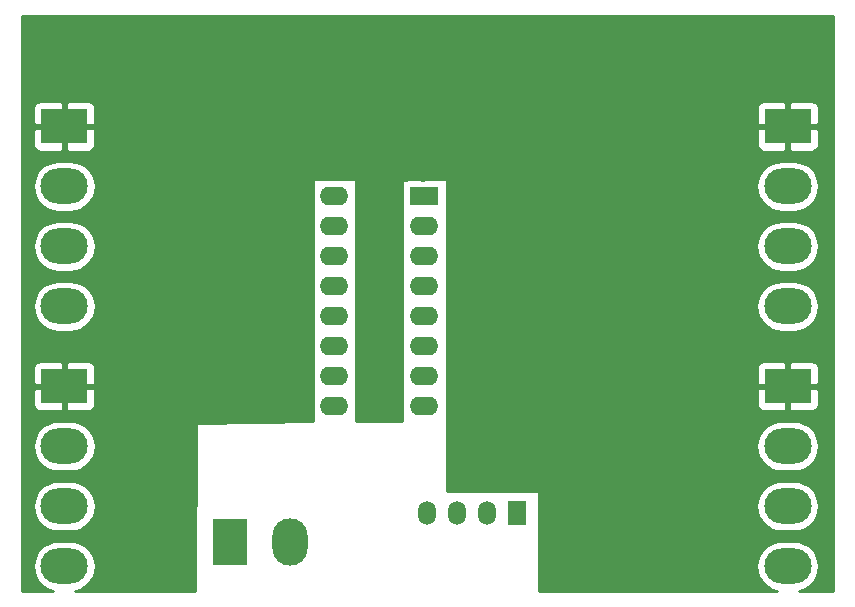
<source format=gbr>
%TF.GenerationSoftware,KiCad,Pcbnew,5.99.0+really5.1.10+dfsg1-1*%
%TF.CreationDate,2021-11-04T11:29:56+11:00*%
%TF.ProjectId,buffer,62756666-6572-42e6-9b69-6361645f7063,rev?*%
%TF.SameCoordinates,PX2faf080PY5f5e100*%
%TF.FileFunction,Copper,L1,Top*%
%TF.FilePolarity,Positive*%
%FSLAX46Y46*%
G04 Gerber Fmt 4.6, Leading zero omitted, Abs format (unit mm)*
G04 Created by KiCad (PCBNEW 5.99.0+really5.1.10+dfsg1-1) date 2021-11-04 11:29:56*
%MOMM*%
%LPD*%
G01*
G04 APERTURE LIST*
%TA.AperFunction,ComponentPad*%
%ADD10R,1.500000X2.000000*%
%TD*%
%TA.AperFunction,ComponentPad*%
%ADD11O,1.500000X2.000000*%
%TD*%
%TA.AperFunction,ComponentPad*%
%ADD12O,2.400000X1.600000*%
%TD*%
%TA.AperFunction,ComponentPad*%
%ADD13R,2.400000X1.600000*%
%TD*%
%TA.AperFunction,ComponentPad*%
%ADD14R,3.000000X4.000000*%
%TD*%
%TA.AperFunction,ComponentPad*%
%ADD15O,3.000000X4.000000*%
%TD*%
%TA.AperFunction,ComponentPad*%
%ADD16O,4.000000X3.000000*%
%TD*%
%TA.AperFunction,ComponentPad*%
%ADD17R,4.000000X3.000000*%
%TD*%
%TA.AperFunction,ViaPad*%
%ADD18C,1.000000*%
%TD*%
%TA.AperFunction,Conductor*%
%ADD19C,0.508000*%
%TD*%
%TA.AperFunction,Conductor*%
%ADD20C,0.254000*%
%TD*%
%TA.AperFunction,Conductor*%
%ADD21C,0.050000*%
%TD*%
G04 APERTURE END LIST*
D10*
%TO.P,U2,1*%
%TO.N,VIN-*%
X42600000Y7300000D03*
D11*
%TO.P,U2,2*%
%TO.N,VIN+*%
X40060000Y7300000D03*
%TO.P,U2,3*%
%TO.N,GND*%
X37520000Y7300000D03*
%TO.P,U2,4*%
%TO.N,+5V*%
X34980000Y7300000D03*
%TD*%
D12*
%TO.P,U1,16*%
%TO.N,N/C*%
X27130000Y16350000D03*
D13*
%TO.P,U1,8*%
%TO.N,GND*%
X34750000Y34130000D03*
D12*
%TO.P,U1,15*%
%TO.N,ZOPUL*%
X27130000Y18890000D03*
%TO.P,U1,7*%
%TO.N,XIPUL*%
X34750000Y31590000D03*
%TO.P,U1,14*%
%TO.N,ZIPUL*%
X27130000Y21430000D03*
%TO.P,U1,6*%
%TO.N,XOPUL*%
X34750000Y29050000D03*
%TO.P,U1,13*%
%TO.N,N/C*%
X27130000Y23970000D03*
%TO.P,U1,5*%
%TO.N,XIDIR*%
X34750000Y26510000D03*
%TO.P,U1,12*%
%TO.N,ZODIR*%
X27130000Y26510000D03*
%TO.P,U1,4*%
%TO.N,XODIR*%
X34750000Y23970000D03*
%TO.P,U1,11*%
%TO.N,ZIDIR*%
X27130000Y29050000D03*
%TO.P,U1,3*%
%TO.N,XIENA*%
X34750000Y21430000D03*
%TO.P,U1,10*%
%TO.N,ZOENA*%
X27130000Y31590000D03*
%TO.P,U1,2*%
%TO.N,XOENA*%
X34750000Y18890000D03*
%TO.P,U1,9*%
%TO.N,ZIENA*%
X27130000Y34130000D03*
%TO.P,U1,1*%
%TO.N,+5V*%
X34750000Y16350000D03*
%TD*%
D14*
%TO.P,J5,2*%
%TO.N,VIN-*%
X18320000Y4800000D03*
D15*
%TO.P,J5,1*%
%TO.N,VIN+*%
X23400000Y4800000D03*
%TD*%
D16*
%TO.P,J4,4*%
%TO.N,ZOPUL*%
X4250000Y24760000D03*
D17*
%TO.P,J4,1*%
%TO.N,GND*%
X4250000Y40000000D03*
D16*
%TO.P,J4,3*%
%TO.N,ZODIR*%
X4250000Y29840000D03*
%TO.P,J4,2*%
%TO.N,ZOENA*%
X4250000Y34920000D03*
%TD*%
%TO.P,J3,4*%
%TO.N,XOENA*%
X4250000Y2760000D03*
D17*
%TO.P,J3,1*%
%TO.N,GND*%
X4250000Y18000000D03*
D16*
%TO.P,J3,3*%
%TO.N,XODIR*%
X4250000Y7840000D03*
%TO.P,J3,2*%
%TO.N,XOPUL*%
X4250000Y12920000D03*
%TD*%
%TO.P,J2,4*%
%TO.N,Net-(J2-Pad4)*%
X65500000Y24760000D03*
D17*
%TO.P,J2,1*%
%TO.N,GND*%
X65500000Y40000000D03*
D16*
%TO.P,J2,3*%
%TO.N,Net-(J2-Pad3)*%
X65500000Y29840000D03*
%TO.P,J2,2*%
%TO.N,Net-(J2-Pad2)*%
X65500000Y34920000D03*
%TD*%
%TO.P,J1,4*%
%TO.N,Net-(J1-Pad4)*%
X65500000Y2760000D03*
D17*
%TO.P,J1,1*%
%TO.N,GND*%
X65500000Y18000000D03*
D16*
%TO.P,J1,3*%
%TO.N,Net-(J1-Pad3)*%
X65500000Y7840000D03*
%TO.P,J1,2*%
%TO.N,Net-(J1-Pad2)*%
X65500000Y12920000D03*
%TD*%
D18*
%TO.N,GND*%
X38200000Y18400000D03*
X38270000Y34130000D03*
%TD*%
D19*
%TO.N,GND*%
X38270000Y18470000D02*
X38270000Y34130000D01*
X38200000Y18400000D02*
X38270000Y18470000D01*
%TD*%
D20*
%TO.N,GND*%
X69340000Y660000D02*
X66432075Y660000D01*
X66820982Y777974D01*
X67191881Y976223D01*
X67516977Y1243023D01*
X67783777Y1568119D01*
X67982026Y1939018D01*
X68104108Y2341467D01*
X68145330Y2760000D01*
X68104108Y3178533D01*
X67982026Y3580982D01*
X67783777Y3951881D01*
X67516977Y4276977D01*
X67191881Y4543777D01*
X66820982Y4742026D01*
X66418533Y4864108D01*
X66104882Y4895000D01*
X64895118Y4895000D01*
X64581467Y4864108D01*
X64179018Y4742026D01*
X63808119Y4543777D01*
X63483023Y4276977D01*
X63216223Y3951881D01*
X63017974Y3580982D01*
X62895892Y3178533D01*
X62854670Y2760000D01*
X62895892Y2341467D01*
X63017974Y1939018D01*
X63216223Y1568119D01*
X63483023Y1243023D01*
X63808119Y976223D01*
X64179018Y777974D01*
X64567925Y660000D01*
X44475508Y660000D01*
X44475508Y7840000D01*
X62854670Y7840000D01*
X62895892Y7421467D01*
X63017974Y7019018D01*
X63216223Y6648119D01*
X63483023Y6323023D01*
X63808119Y6056223D01*
X64179018Y5857974D01*
X64581467Y5735892D01*
X64895118Y5705000D01*
X66104882Y5705000D01*
X66418533Y5735892D01*
X66820982Y5857974D01*
X67191881Y6056223D01*
X67516977Y6323023D01*
X67783777Y6648119D01*
X67982026Y7019018D01*
X68104108Y7421467D01*
X68145330Y7840000D01*
X68104108Y8258533D01*
X67982026Y8660982D01*
X67783777Y9031881D01*
X67516977Y9356977D01*
X67191881Y9623777D01*
X66820982Y9822026D01*
X66418533Y9944108D01*
X66104882Y9975000D01*
X64895118Y9975000D01*
X64581467Y9944108D01*
X64179018Y9822026D01*
X63808119Y9623777D01*
X63483023Y9356977D01*
X63216223Y9031881D01*
X63017974Y8660982D01*
X62895892Y8258533D01*
X62854670Y7840000D01*
X44475508Y7840000D01*
X44475508Y9000000D01*
X44473068Y9024776D01*
X44465841Y9048601D01*
X44454105Y9070557D01*
X44438311Y9089803D01*
X44419065Y9105597D01*
X44397109Y9117333D01*
X44373284Y9124560D01*
X44348508Y9127000D01*
X36627000Y9127000D01*
X36627000Y12920000D01*
X62854670Y12920000D01*
X62895892Y12501467D01*
X63017974Y12099018D01*
X63216223Y11728119D01*
X63483023Y11403023D01*
X63808119Y11136223D01*
X64179018Y10937974D01*
X64581467Y10815892D01*
X64895118Y10785000D01*
X66104882Y10785000D01*
X66418533Y10815892D01*
X66820982Y10937974D01*
X67191881Y11136223D01*
X67516977Y11403023D01*
X67783777Y11728119D01*
X67982026Y12099018D01*
X68104108Y12501467D01*
X68145330Y12920000D01*
X68104108Y13338533D01*
X67982026Y13740982D01*
X67783777Y14111881D01*
X67516977Y14436977D01*
X67191881Y14703777D01*
X66820982Y14902026D01*
X66418533Y15024108D01*
X66104882Y15055000D01*
X64895118Y15055000D01*
X64581467Y15024108D01*
X64179018Y14902026D01*
X63808119Y14703777D01*
X63483023Y14436977D01*
X63216223Y14111881D01*
X63017974Y13740982D01*
X62895892Y13338533D01*
X62854670Y12920000D01*
X36627000Y12920000D01*
X36627000Y16500000D01*
X62861928Y16500000D01*
X62874188Y16375518D01*
X62910498Y16255820D01*
X62969463Y16145506D01*
X63048815Y16048815D01*
X63145506Y15969463D01*
X63255820Y15910498D01*
X63375518Y15874188D01*
X63500000Y15861928D01*
X65214250Y15865000D01*
X65373000Y16023750D01*
X65373000Y17873000D01*
X65627000Y17873000D01*
X65627000Y16023750D01*
X65785750Y15865000D01*
X67500000Y15861928D01*
X67624482Y15874188D01*
X67744180Y15910498D01*
X67854494Y15969463D01*
X67951185Y16048815D01*
X68030537Y16145506D01*
X68089502Y16255820D01*
X68125812Y16375518D01*
X68138072Y16500000D01*
X68135000Y17714250D01*
X67976250Y17873000D01*
X65627000Y17873000D01*
X65373000Y17873000D01*
X63023750Y17873000D01*
X62865000Y17714250D01*
X62861928Y16500000D01*
X36627000Y16500000D01*
X36627000Y19500000D01*
X62861928Y19500000D01*
X62865000Y18285750D01*
X63023750Y18127000D01*
X65373000Y18127000D01*
X65373000Y19976250D01*
X65627000Y19976250D01*
X65627000Y18127000D01*
X67976250Y18127000D01*
X68135000Y18285750D01*
X68138072Y19500000D01*
X68125812Y19624482D01*
X68089502Y19744180D01*
X68030537Y19854494D01*
X67951185Y19951185D01*
X67854494Y20030537D01*
X67744180Y20089502D01*
X67624482Y20125812D01*
X67500000Y20138072D01*
X65785750Y20135000D01*
X65627000Y19976250D01*
X65373000Y19976250D01*
X65214250Y20135000D01*
X63500000Y20138072D01*
X63375518Y20125812D01*
X63255820Y20089502D01*
X63145506Y20030537D01*
X63048815Y19951185D01*
X62969463Y19854494D01*
X62910498Y19744180D01*
X62874188Y19624482D01*
X62861928Y19500000D01*
X36627000Y19500000D01*
X36627000Y24760000D01*
X62854670Y24760000D01*
X62895892Y24341467D01*
X63017974Y23939018D01*
X63216223Y23568119D01*
X63483023Y23243023D01*
X63808119Y22976223D01*
X64179018Y22777974D01*
X64581467Y22655892D01*
X64895118Y22625000D01*
X66104882Y22625000D01*
X66418533Y22655892D01*
X66820982Y22777974D01*
X67191881Y22976223D01*
X67516977Y23243023D01*
X67783777Y23568119D01*
X67982026Y23939018D01*
X68104108Y24341467D01*
X68145330Y24760000D01*
X68104108Y25178533D01*
X67982026Y25580982D01*
X67783777Y25951881D01*
X67516977Y26276977D01*
X67191881Y26543777D01*
X66820982Y26742026D01*
X66418533Y26864108D01*
X66104882Y26895000D01*
X64895118Y26895000D01*
X64581467Y26864108D01*
X64179018Y26742026D01*
X63808119Y26543777D01*
X63483023Y26276977D01*
X63216223Y25951881D01*
X63017974Y25580982D01*
X62895892Y25178533D01*
X62854670Y24760000D01*
X36627000Y24760000D01*
X36627000Y29840000D01*
X62854670Y29840000D01*
X62895892Y29421467D01*
X63017974Y29019018D01*
X63216223Y28648119D01*
X63483023Y28323023D01*
X63808119Y28056223D01*
X64179018Y27857974D01*
X64581467Y27735892D01*
X64895118Y27705000D01*
X66104882Y27705000D01*
X66418533Y27735892D01*
X66820982Y27857974D01*
X67191881Y28056223D01*
X67516977Y28323023D01*
X67783777Y28648119D01*
X67982026Y29019018D01*
X68104108Y29421467D01*
X68145330Y29840000D01*
X68104108Y30258533D01*
X67982026Y30660982D01*
X67783777Y31031881D01*
X67516977Y31356977D01*
X67191881Y31623777D01*
X66820982Y31822026D01*
X66418533Y31944108D01*
X66104882Y31975000D01*
X64895118Y31975000D01*
X64581467Y31944108D01*
X64179018Y31822026D01*
X63808119Y31623777D01*
X63483023Y31356977D01*
X63216223Y31031881D01*
X63017974Y30660982D01*
X62895892Y30258533D01*
X62854670Y29840000D01*
X36627000Y29840000D01*
X36627000Y34920000D01*
X62854670Y34920000D01*
X62895892Y34501467D01*
X63017974Y34099018D01*
X63216223Y33728119D01*
X63483023Y33403023D01*
X63808119Y33136223D01*
X64179018Y32937974D01*
X64581467Y32815892D01*
X64895118Y32785000D01*
X66104882Y32785000D01*
X66418533Y32815892D01*
X66820982Y32937974D01*
X67191881Y33136223D01*
X67516977Y33403023D01*
X67783777Y33728119D01*
X67982026Y34099018D01*
X68104108Y34501467D01*
X68145330Y34920000D01*
X68104108Y35338533D01*
X67982026Y35740982D01*
X67783777Y36111881D01*
X67516977Y36436977D01*
X67191881Y36703777D01*
X66820982Y36902026D01*
X66418533Y37024108D01*
X66104882Y37055000D01*
X64895118Y37055000D01*
X64581467Y37024108D01*
X64179018Y36902026D01*
X63808119Y36703777D01*
X63483023Y36436977D01*
X63216223Y36111881D01*
X63017974Y35740982D01*
X62895892Y35338533D01*
X62854670Y34920000D01*
X36627000Y34920000D01*
X36627000Y35400000D01*
X36624193Y35426553D01*
X36616627Y35450272D01*
X36604578Y35472059D01*
X36588511Y35491076D01*
X36569042Y35506594D01*
X36546920Y35518015D01*
X36522995Y35524901D01*
X36498186Y35526987D01*
X36184288Y35522503D01*
X36074482Y35555812D01*
X35950000Y35568072D01*
X35035750Y35565000D01*
X34975991Y35505241D01*
X34530375Y35498875D01*
X34464250Y35565000D01*
X33550000Y35568072D01*
X33425518Y35555812D01*
X33305820Y35519502D01*
X33232545Y35480335D01*
X32998186Y35476987D01*
X32975224Y35474560D01*
X32951399Y35467333D01*
X32929443Y35455597D01*
X32910197Y35439803D01*
X32894403Y35420557D01*
X32882667Y35398601D01*
X32875440Y35374776D01*
X32873000Y35350000D01*
X32873000Y15092421D01*
X28927000Y15054795D01*
X28927000Y16011871D01*
X28944236Y16068691D01*
X28971943Y16350000D01*
X28944236Y16631309D01*
X28927000Y16688129D01*
X28927000Y18551871D01*
X28944236Y18608691D01*
X28971943Y18890000D01*
X28944236Y19171309D01*
X28927000Y19228129D01*
X28927000Y21091871D01*
X28944236Y21148691D01*
X28971943Y21430000D01*
X28944236Y21711309D01*
X28927000Y21768129D01*
X28927000Y23631871D01*
X28944236Y23688691D01*
X28971943Y23970000D01*
X28944236Y24251309D01*
X28927000Y24308129D01*
X28927000Y26171871D01*
X28944236Y26228691D01*
X28971943Y26510000D01*
X28944236Y26791309D01*
X28927000Y26848129D01*
X28927000Y28711871D01*
X28944236Y28768691D01*
X28971943Y29050000D01*
X28944236Y29331309D01*
X28927000Y29388129D01*
X28927000Y31251871D01*
X28944236Y31308691D01*
X28971943Y31590000D01*
X28944236Y31871309D01*
X28927000Y31928129D01*
X28927000Y33791871D01*
X28944236Y33848691D01*
X28971943Y34130000D01*
X28944236Y34411309D01*
X28927000Y34468129D01*
X28927000Y35400000D01*
X28924560Y35424776D01*
X28917333Y35448601D01*
X28905597Y35470557D01*
X28889803Y35489803D01*
X28870557Y35505597D01*
X28848601Y35517333D01*
X28824776Y35524560D01*
X28800000Y35527000D01*
X27868129Y35527000D01*
X27811309Y35544236D01*
X27600492Y35565000D01*
X26659508Y35565000D01*
X26448691Y35544236D01*
X26391871Y35527000D01*
X25400000Y35527000D01*
X25375224Y35524560D01*
X25351399Y35517333D01*
X25329443Y35505597D01*
X25310197Y35489803D01*
X25294403Y35470557D01*
X25282667Y35448601D01*
X25275440Y35424776D01*
X25273000Y35400000D01*
X25273000Y15019953D01*
X15524535Y14926999D01*
X15501409Y14924651D01*
X15477559Y14917508D01*
X15455561Y14905850D01*
X15436261Y14890124D01*
X15420399Y14870934D01*
X15408585Y14849019D01*
X15401274Y14825221D01*
X15398747Y14800453D01*
X15348876Y660000D01*
X5182075Y660000D01*
X5570982Y777974D01*
X5941881Y976223D01*
X6266977Y1243023D01*
X6533777Y1568119D01*
X6732026Y1939018D01*
X6854108Y2341467D01*
X6895330Y2760000D01*
X6854108Y3178533D01*
X6732026Y3580982D01*
X6533777Y3951881D01*
X6266977Y4276977D01*
X5941881Y4543777D01*
X5570982Y4742026D01*
X5168533Y4864108D01*
X4854882Y4895000D01*
X3645118Y4895000D01*
X3331467Y4864108D01*
X2929018Y4742026D01*
X2558119Y4543777D01*
X2233023Y4276977D01*
X1966223Y3951881D01*
X1767974Y3580982D01*
X1645892Y3178533D01*
X1604670Y2760000D01*
X1645892Y2341467D01*
X1767974Y1939018D01*
X1966223Y1568119D01*
X2233023Y1243023D01*
X2558119Y976223D01*
X2929018Y777974D01*
X3317925Y660000D01*
X704721Y660000D01*
X660000Y4479454D01*
X660000Y7840000D01*
X1604670Y7840000D01*
X1645892Y7421467D01*
X1767974Y7019018D01*
X1966223Y6648119D01*
X2233023Y6323023D01*
X2558119Y6056223D01*
X2929018Y5857974D01*
X3331467Y5735892D01*
X3645118Y5705000D01*
X4854882Y5705000D01*
X5168533Y5735892D01*
X5570982Y5857974D01*
X5941881Y6056223D01*
X6266977Y6323023D01*
X6533777Y6648119D01*
X6732026Y7019018D01*
X6854108Y7421467D01*
X6895330Y7840000D01*
X6854108Y8258533D01*
X6732026Y8660982D01*
X6533777Y9031881D01*
X6266977Y9356977D01*
X5941881Y9623777D01*
X5570982Y9822026D01*
X5168533Y9944108D01*
X4854882Y9975000D01*
X3645118Y9975000D01*
X3331467Y9944108D01*
X2929018Y9822026D01*
X2558119Y9623777D01*
X2233023Y9356977D01*
X1966223Y9031881D01*
X1767974Y8660982D01*
X1645892Y8258533D01*
X1604670Y7840000D01*
X660000Y7840000D01*
X660000Y12920000D01*
X1604670Y12920000D01*
X1645892Y12501467D01*
X1767974Y12099018D01*
X1966223Y11728119D01*
X2233023Y11403023D01*
X2558119Y11136223D01*
X2929018Y10937974D01*
X3331467Y10815892D01*
X3645118Y10785000D01*
X4854882Y10785000D01*
X5168533Y10815892D01*
X5570982Y10937974D01*
X5941881Y11136223D01*
X6266977Y11403023D01*
X6533777Y11728119D01*
X6732026Y12099018D01*
X6854108Y12501467D01*
X6895330Y12920000D01*
X6854108Y13338533D01*
X6732026Y13740982D01*
X6533777Y14111881D01*
X6266977Y14436977D01*
X5941881Y14703777D01*
X5570982Y14902026D01*
X5168533Y15024108D01*
X4854882Y15055000D01*
X3645118Y15055000D01*
X3331467Y15024108D01*
X2929018Y14902026D01*
X2558119Y14703777D01*
X2233023Y14436977D01*
X1966223Y14111881D01*
X1767974Y13740982D01*
X1645892Y13338533D01*
X1604670Y12920000D01*
X660000Y12920000D01*
X660000Y16500000D01*
X1611928Y16500000D01*
X1624188Y16375518D01*
X1660498Y16255820D01*
X1719463Y16145506D01*
X1798815Y16048815D01*
X1895506Y15969463D01*
X2005820Y15910498D01*
X2125518Y15874188D01*
X2250000Y15861928D01*
X3964250Y15865000D01*
X4123000Y16023750D01*
X4123000Y17873000D01*
X4377000Y17873000D01*
X4377000Y16023750D01*
X4535750Y15865000D01*
X6250000Y15861928D01*
X6374482Y15874188D01*
X6494180Y15910498D01*
X6604494Y15969463D01*
X6701185Y16048815D01*
X6780537Y16145506D01*
X6839502Y16255820D01*
X6875812Y16375518D01*
X6888072Y16500000D01*
X6885000Y17714250D01*
X6726250Y17873000D01*
X4377000Y17873000D01*
X4123000Y17873000D01*
X1773750Y17873000D01*
X1615000Y17714250D01*
X1611928Y16500000D01*
X660000Y16500000D01*
X660000Y19500000D01*
X1611928Y19500000D01*
X1615000Y18285750D01*
X1773750Y18127000D01*
X4123000Y18127000D01*
X4123000Y19976250D01*
X4377000Y19976250D01*
X4377000Y18127000D01*
X6726250Y18127000D01*
X6885000Y18285750D01*
X6888072Y19500000D01*
X6875812Y19624482D01*
X6839502Y19744180D01*
X6780537Y19854494D01*
X6701185Y19951185D01*
X6604494Y20030537D01*
X6494180Y20089502D01*
X6374482Y20125812D01*
X6250000Y20138072D01*
X4535750Y20135000D01*
X4377000Y19976250D01*
X4123000Y19976250D01*
X3964250Y20135000D01*
X2250000Y20138072D01*
X2125518Y20125812D01*
X2005820Y20089502D01*
X1895506Y20030537D01*
X1798815Y19951185D01*
X1719463Y19854494D01*
X1660498Y19744180D01*
X1624188Y19624482D01*
X1611928Y19500000D01*
X660000Y19500000D01*
X660000Y24760000D01*
X1604670Y24760000D01*
X1645892Y24341467D01*
X1767974Y23939018D01*
X1966223Y23568119D01*
X2233023Y23243023D01*
X2558119Y22976223D01*
X2929018Y22777974D01*
X3331467Y22655892D01*
X3645118Y22625000D01*
X4854882Y22625000D01*
X5168533Y22655892D01*
X5570982Y22777974D01*
X5941881Y22976223D01*
X6266977Y23243023D01*
X6533777Y23568119D01*
X6732026Y23939018D01*
X6854108Y24341467D01*
X6895330Y24760000D01*
X6854108Y25178533D01*
X6732026Y25580982D01*
X6533777Y25951881D01*
X6266977Y26276977D01*
X5941881Y26543777D01*
X5570982Y26742026D01*
X5168533Y26864108D01*
X4854882Y26895000D01*
X3645118Y26895000D01*
X3331467Y26864108D01*
X2929018Y26742026D01*
X2558119Y26543777D01*
X2233023Y26276977D01*
X1966223Y25951881D01*
X1767974Y25580982D01*
X1645892Y25178533D01*
X1604670Y24760000D01*
X660000Y24760000D01*
X660000Y29840000D01*
X1604670Y29840000D01*
X1645892Y29421467D01*
X1767974Y29019018D01*
X1966223Y28648119D01*
X2233023Y28323023D01*
X2558119Y28056223D01*
X2929018Y27857974D01*
X3331467Y27735892D01*
X3645118Y27705000D01*
X4854882Y27705000D01*
X5168533Y27735892D01*
X5570982Y27857974D01*
X5941881Y28056223D01*
X6266977Y28323023D01*
X6533777Y28648119D01*
X6732026Y29019018D01*
X6854108Y29421467D01*
X6895330Y29840000D01*
X6854108Y30258533D01*
X6732026Y30660982D01*
X6533777Y31031881D01*
X6266977Y31356977D01*
X5941881Y31623777D01*
X5570982Y31822026D01*
X5168533Y31944108D01*
X4854882Y31975000D01*
X3645118Y31975000D01*
X3331467Y31944108D01*
X2929018Y31822026D01*
X2558119Y31623777D01*
X2233023Y31356977D01*
X1966223Y31031881D01*
X1767974Y30660982D01*
X1645892Y30258533D01*
X1604670Y29840000D01*
X660000Y29840000D01*
X660000Y34920000D01*
X1604670Y34920000D01*
X1645892Y34501467D01*
X1767974Y34099018D01*
X1966223Y33728119D01*
X2233023Y33403023D01*
X2558119Y33136223D01*
X2929018Y32937974D01*
X3331467Y32815892D01*
X3645118Y32785000D01*
X4854882Y32785000D01*
X5168533Y32815892D01*
X5570982Y32937974D01*
X5941881Y33136223D01*
X6266977Y33403023D01*
X6533777Y33728119D01*
X6732026Y34099018D01*
X6854108Y34501467D01*
X6895330Y34920000D01*
X6854108Y35338533D01*
X6732026Y35740982D01*
X6533777Y36111881D01*
X6266977Y36436977D01*
X5941881Y36703777D01*
X5570982Y36902026D01*
X5168533Y37024108D01*
X4854882Y37055000D01*
X3645118Y37055000D01*
X3331467Y37024108D01*
X2929018Y36902026D01*
X2558119Y36703777D01*
X2233023Y36436977D01*
X1966223Y36111881D01*
X1767974Y35740982D01*
X1645892Y35338533D01*
X1604670Y34920000D01*
X660000Y34920000D01*
X660000Y38500000D01*
X1611928Y38500000D01*
X1624188Y38375518D01*
X1660498Y38255820D01*
X1719463Y38145506D01*
X1798815Y38048815D01*
X1895506Y37969463D01*
X2005820Y37910498D01*
X2125518Y37874188D01*
X2250000Y37861928D01*
X3964250Y37865000D01*
X4123000Y38023750D01*
X4123000Y39873000D01*
X4377000Y39873000D01*
X4377000Y38023750D01*
X4535750Y37865000D01*
X6250000Y37861928D01*
X6374482Y37874188D01*
X6494180Y37910498D01*
X6604494Y37969463D01*
X6701185Y38048815D01*
X6780537Y38145506D01*
X6839502Y38255820D01*
X6875812Y38375518D01*
X6888072Y38500000D01*
X62861928Y38500000D01*
X62874188Y38375518D01*
X62910498Y38255820D01*
X62969463Y38145506D01*
X63048815Y38048815D01*
X63145506Y37969463D01*
X63255820Y37910498D01*
X63375518Y37874188D01*
X63500000Y37861928D01*
X65214250Y37865000D01*
X65373000Y38023750D01*
X65373000Y39873000D01*
X65627000Y39873000D01*
X65627000Y38023750D01*
X65785750Y37865000D01*
X67500000Y37861928D01*
X67624482Y37874188D01*
X67744180Y37910498D01*
X67854494Y37969463D01*
X67951185Y38048815D01*
X68030537Y38145506D01*
X68089502Y38255820D01*
X68125812Y38375518D01*
X68138072Y38500000D01*
X68135000Y39714250D01*
X67976250Y39873000D01*
X65627000Y39873000D01*
X65373000Y39873000D01*
X63023750Y39873000D01*
X62865000Y39714250D01*
X62861928Y38500000D01*
X6888072Y38500000D01*
X6885000Y39714250D01*
X6726250Y39873000D01*
X4377000Y39873000D01*
X4123000Y39873000D01*
X1773750Y39873000D01*
X1615000Y39714250D01*
X1611928Y38500000D01*
X660000Y38500000D01*
X660000Y41500000D01*
X1611928Y41500000D01*
X1615000Y40285750D01*
X1773750Y40127000D01*
X4123000Y40127000D01*
X4123000Y41976250D01*
X4377000Y41976250D01*
X4377000Y40127000D01*
X6726250Y40127000D01*
X6885000Y40285750D01*
X6888072Y41500000D01*
X62861928Y41500000D01*
X62865000Y40285750D01*
X63023750Y40127000D01*
X65373000Y40127000D01*
X65373000Y41976250D01*
X65627000Y41976250D01*
X65627000Y40127000D01*
X67976250Y40127000D01*
X68135000Y40285750D01*
X68138072Y41500000D01*
X68125812Y41624482D01*
X68089502Y41744180D01*
X68030537Y41854494D01*
X67951185Y41951185D01*
X67854494Y42030537D01*
X67744180Y42089502D01*
X67624482Y42125812D01*
X67500000Y42138072D01*
X65785750Y42135000D01*
X65627000Y41976250D01*
X65373000Y41976250D01*
X65214250Y42135000D01*
X63500000Y42138072D01*
X63375518Y42125812D01*
X63255820Y42089502D01*
X63145506Y42030537D01*
X63048815Y41951185D01*
X62969463Y41854494D01*
X62910498Y41744180D01*
X62874188Y41624482D01*
X62861928Y41500000D01*
X6888072Y41500000D01*
X6875812Y41624482D01*
X6839502Y41744180D01*
X6780537Y41854494D01*
X6701185Y41951185D01*
X6604494Y42030537D01*
X6494180Y42089502D01*
X6374482Y42125812D01*
X6250000Y42138072D01*
X4535750Y42135000D01*
X4377000Y41976250D01*
X4123000Y41976250D01*
X3964250Y42135000D01*
X2250000Y42138072D01*
X2125518Y42125812D01*
X2005820Y42089502D01*
X1895506Y42030537D01*
X1798815Y41951185D01*
X1719463Y41854494D01*
X1660498Y41744180D01*
X1624188Y41624482D01*
X1611928Y41500000D01*
X660000Y41500000D01*
X660000Y49340000D01*
X69340001Y49340000D01*
X69340000Y660000D01*
%TA.AperFunction,Conductor*%
D21*
G36*
X69340000Y660000D02*
G01*
X66432075Y660000D01*
X66820982Y777974D01*
X67191881Y976223D01*
X67516977Y1243023D01*
X67783777Y1568119D01*
X67982026Y1939018D01*
X68104108Y2341467D01*
X68145330Y2760000D01*
X68104108Y3178533D01*
X67982026Y3580982D01*
X67783777Y3951881D01*
X67516977Y4276977D01*
X67191881Y4543777D01*
X66820982Y4742026D01*
X66418533Y4864108D01*
X66104882Y4895000D01*
X64895118Y4895000D01*
X64581467Y4864108D01*
X64179018Y4742026D01*
X63808119Y4543777D01*
X63483023Y4276977D01*
X63216223Y3951881D01*
X63017974Y3580982D01*
X62895892Y3178533D01*
X62854670Y2760000D01*
X62895892Y2341467D01*
X63017974Y1939018D01*
X63216223Y1568119D01*
X63483023Y1243023D01*
X63808119Y976223D01*
X64179018Y777974D01*
X64567925Y660000D01*
X44475508Y660000D01*
X44475508Y7840000D01*
X62854670Y7840000D01*
X62895892Y7421467D01*
X63017974Y7019018D01*
X63216223Y6648119D01*
X63483023Y6323023D01*
X63808119Y6056223D01*
X64179018Y5857974D01*
X64581467Y5735892D01*
X64895118Y5705000D01*
X66104882Y5705000D01*
X66418533Y5735892D01*
X66820982Y5857974D01*
X67191881Y6056223D01*
X67516977Y6323023D01*
X67783777Y6648119D01*
X67982026Y7019018D01*
X68104108Y7421467D01*
X68145330Y7840000D01*
X68104108Y8258533D01*
X67982026Y8660982D01*
X67783777Y9031881D01*
X67516977Y9356977D01*
X67191881Y9623777D01*
X66820982Y9822026D01*
X66418533Y9944108D01*
X66104882Y9975000D01*
X64895118Y9975000D01*
X64581467Y9944108D01*
X64179018Y9822026D01*
X63808119Y9623777D01*
X63483023Y9356977D01*
X63216223Y9031881D01*
X63017974Y8660982D01*
X62895892Y8258533D01*
X62854670Y7840000D01*
X44475508Y7840000D01*
X44475508Y9000000D01*
X44473068Y9024776D01*
X44465841Y9048601D01*
X44454105Y9070557D01*
X44438311Y9089803D01*
X44419065Y9105597D01*
X44397109Y9117333D01*
X44373284Y9124560D01*
X44348508Y9127000D01*
X36627000Y9127000D01*
X36627000Y12920000D01*
X62854670Y12920000D01*
X62895892Y12501467D01*
X63017974Y12099018D01*
X63216223Y11728119D01*
X63483023Y11403023D01*
X63808119Y11136223D01*
X64179018Y10937974D01*
X64581467Y10815892D01*
X64895118Y10785000D01*
X66104882Y10785000D01*
X66418533Y10815892D01*
X66820982Y10937974D01*
X67191881Y11136223D01*
X67516977Y11403023D01*
X67783777Y11728119D01*
X67982026Y12099018D01*
X68104108Y12501467D01*
X68145330Y12920000D01*
X68104108Y13338533D01*
X67982026Y13740982D01*
X67783777Y14111881D01*
X67516977Y14436977D01*
X67191881Y14703777D01*
X66820982Y14902026D01*
X66418533Y15024108D01*
X66104882Y15055000D01*
X64895118Y15055000D01*
X64581467Y15024108D01*
X64179018Y14902026D01*
X63808119Y14703777D01*
X63483023Y14436977D01*
X63216223Y14111881D01*
X63017974Y13740982D01*
X62895892Y13338533D01*
X62854670Y12920000D01*
X36627000Y12920000D01*
X36627000Y16500000D01*
X62861928Y16500000D01*
X62874188Y16375518D01*
X62910498Y16255820D01*
X62969463Y16145506D01*
X63048815Y16048815D01*
X63145506Y15969463D01*
X63255820Y15910498D01*
X63375518Y15874188D01*
X63500000Y15861928D01*
X65214250Y15865000D01*
X65373000Y16023750D01*
X65373000Y17873000D01*
X65627000Y17873000D01*
X65627000Y16023750D01*
X65785750Y15865000D01*
X67500000Y15861928D01*
X67624482Y15874188D01*
X67744180Y15910498D01*
X67854494Y15969463D01*
X67951185Y16048815D01*
X68030537Y16145506D01*
X68089502Y16255820D01*
X68125812Y16375518D01*
X68138072Y16500000D01*
X68135000Y17714250D01*
X67976250Y17873000D01*
X65627000Y17873000D01*
X65373000Y17873000D01*
X63023750Y17873000D01*
X62865000Y17714250D01*
X62861928Y16500000D01*
X36627000Y16500000D01*
X36627000Y19500000D01*
X62861928Y19500000D01*
X62865000Y18285750D01*
X63023750Y18127000D01*
X65373000Y18127000D01*
X65373000Y19976250D01*
X65627000Y19976250D01*
X65627000Y18127000D01*
X67976250Y18127000D01*
X68135000Y18285750D01*
X68138072Y19500000D01*
X68125812Y19624482D01*
X68089502Y19744180D01*
X68030537Y19854494D01*
X67951185Y19951185D01*
X67854494Y20030537D01*
X67744180Y20089502D01*
X67624482Y20125812D01*
X67500000Y20138072D01*
X65785750Y20135000D01*
X65627000Y19976250D01*
X65373000Y19976250D01*
X65214250Y20135000D01*
X63500000Y20138072D01*
X63375518Y20125812D01*
X63255820Y20089502D01*
X63145506Y20030537D01*
X63048815Y19951185D01*
X62969463Y19854494D01*
X62910498Y19744180D01*
X62874188Y19624482D01*
X62861928Y19500000D01*
X36627000Y19500000D01*
X36627000Y24760000D01*
X62854670Y24760000D01*
X62895892Y24341467D01*
X63017974Y23939018D01*
X63216223Y23568119D01*
X63483023Y23243023D01*
X63808119Y22976223D01*
X64179018Y22777974D01*
X64581467Y22655892D01*
X64895118Y22625000D01*
X66104882Y22625000D01*
X66418533Y22655892D01*
X66820982Y22777974D01*
X67191881Y22976223D01*
X67516977Y23243023D01*
X67783777Y23568119D01*
X67982026Y23939018D01*
X68104108Y24341467D01*
X68145330Y24760000D01*
X68104108Y25178533D01*
X67982026Y25580982D01*
X67783777Y25951881D01*
X67516977Y26276977D01*
X67191881Y26543777D01*
X66820982Y26742026D01*
X66418533Y26864108D01*
X66104882Y26895000D01*
X64895118Y26895000D01*
X64581467Y26864108D01*
X64179018Y26742026D01*
X63808119Y26543777D01*
X63483023Y26276977D01*
X63216223Y25951881D01*
X63017974Y25580982D01*
X62895892Y25178533D01*
X62854670Y24760000D01*
X36627000Y24760000D01*
X36627000Y29840000D01*
X62854670Y29840000D01*
X62895892Y29421467D01*
X63017974Y29019018D01*
X63216223Y28648119D01*
X63483023Y28323023D01*
X63808119Y28056223D01*
X64179018Y27857974D01*
X64581467Y27735892D01*
X64895118Y27705000D01*
X66104882Y27705000D01*
X66418533Y27735892D01*
X66820982Y27857974D01*
X67191881Y28056223D01*
X67516977Y28323023D01*
X67783777Y28648119D01*
X67982026Y29019018D01*
X68104108Y29421467D01*
X68145330Y29840000D01*
X68104108Y30258533D01*
X67982026Y30660982D01*
X67783777Y31031881D01*
X67516977Y31356977D01*
X67191881Y31623777D01*
X66820982Y31822026D01*
X66418533Y31944108D01*
X66104882Y31975000D01*
X64895118Y31975000D01*
X64581467Y31944108D01*
X64179018Y31822026D01*
X63808119Y31623777D01*
X63483023Y31356977D01*
X63216223Y31031881D01*
X63017974Y30660982D01*
X62895892Y30258533D01*
X62854670Y29840000D01*
X36627000Y29840000D01*
X36627000Y34920000D01*
X62854670Y34920000D01*
X62895892Y34501467D01*
X63017974Y34099018D01*
X63216223Y33728119D01*
X63483023Y33403023D01*
X63808119Y33136223D01*
X64179018Y32937974D01*
X64581467Y32815892D01*
X64895118Y32785000D01*
X66104882Y32785000D01*
X66418533Y32815892D01*
X66820982Y32937974D01*
X67191881Y33136223D01*
X67516977Y33403023D01*
X67783777Y33728119D01*
X67982026Y34099018D01*
X68104108Y34501467D01*
X68145330Y34920000D01*
X68104108Y35338533D01*
X67982026Y35740982D01*
X67783777Y36111881D01*
X67516977Y36436977D01*
X67191881Y36703777D01*
X66820982Y36902026D01*
X66418533Y37024108D01*
X66104882Y37055000D01*
X64895118Y37055000D01*
X64581467Y37024108D01*
X64179018Y36902026D01*
X63808119Y36703777D01*
X63483023Y36436977D01*
X63216223Y36111881D01*
X63017974Y35740982D01*
X62895892Y35338533D01*
X62854670Y34920000D01*
X36627000Y34920000D01*
X36627000Y35400000D01*
X36624193Y35426553D01*
X36616627Y35450272D01*
X36604578Y35472059D01*
X36588511Y35491076D01*
X36569042Y35506594D01*
X36546920Y35518015D01*
X36522995Y35524901D01*
X36498186Y35526987D01*
X36184288Y35522503D01*
X36074482Y35555812D01*
X35950000Y35568072D01*
X35035750Y35565000D01*
X34975991Y35505241D01*
X34530375Y35498875D01*
X34464250Y35565000D01*
X33550000Y35568072D01*
X33425518Y35555812D01*
X33305820Y35519502D01*
X33232545Y35480335D01*
X32998186Y35476987D01*
X32975224Y35474560D01*
X32951399Y35467333D01*
X32929443Y35455597D01*
X32910197Y35439803D01*
X32894403Y35420557D01*
X32882667Y35398601D01*
X32875440Y35374776D01*
X32873000Y35350000D01*
X32873000Y15092421D01*
X28927000Y15054795D01*
X28927000Y16011871D01*
X28944236Y16068691D01*
X28971943Y16350000D01*
X28944236Y16631309D01*
X28927000Y16688129D01*
X28927000Y18551871D01*
X28944236Y18608691D01*
X28971943Y18890000D01*
X28944236Y19171309D01*
X28927000Y19228129D01*
X28927000Y21091871D01*
X28944236Y21148691D01*
X28971943Y21430000D01*
X28944236Y21711309D01*
X28927000Y21768129D01*
X28927000Y23631871D01*
X28944236Y23688691D01*
X28971943Y23970000D01*
X28944236Y24251309D01*
X28927000Y24308129D01*
X28927000Y26171871D01*
X28944236Y26228691D01*
X28971943Y26510000D01*
X28944236Y26791309D01*
X28927000Y26848129D01*
X28927000Y28711871D01*
X28944236Y28768691D01*
X28971943Y29050000D01*
X28944236Y29331309D01*
X28927000Y29388129D01*
X28927000Y31251871D01*
X28944236Y31308691D01*
X28971943Y31590000D01*
X28944236Y31871309D01*
X28927000Y31928129D01*
X28927000Y33791871D01*
X28944236Y33848691D01*
X28971943Y34130000D01*
X28944236Y34411309D01*
X28927000Y34468129D01*
X28927000Y35400000D01*
X28924560Y35424776D01*
X28917333Y35448601D01*
X28905597Y35470557D01*
X28889803Y35489803D01*
X28870557Y35505597D01*
X28848601Y35517333D01*
X28824776Y35524560D01*
X28800000Y35527000D01*
X27868129Y35527000D01*
X27811309Y35544236D01*
X27600492Y35565000D01*
X26659508Y35565000D01*
X26448691Y35544236D01*
X26391871Y35527000D01*
X25400000Y35527000D01*
X25375224Y35524560D01*
X25351399Y35517333D01*
X25329443Y35505597D01*
X25310197Y35489803D01*
X25294403Y35470557D01*
X25282667Y35448601D01*
X25275440Y35424776D01*
X25273000Y35400000D01*
X25273000Y15019953D01*
X15524535Y14926999D01*
X15501409Y14924651D01*
X15477559Y14917508D01*
X15455561Y14905850D01*
X15436261Y14890124D01*
X15420399Y14870934D01*
X15408585Y14849019D01*
X15401274Y14825221D01*
X15398747Y14800453D01*
X15348876Y660000D01*
X5182075Y660000D01*
X5570982Y777974D01*
X5941881Y976223D01*
X6266977Y1243023D01*
X6533777Y1568119D01*
X6732026Y1939018D01*
X6854108Y2341467D01*
X6895330Y2760000D01*
X6854108Y3178533D01*
X6732026Y3580982D01*
X6533777Y3951881D01*
X6266977Y4276977D01*
X5941881Y4543777D01*
X5570982Y4742026D01*
X5168533Y4864108D01*
X4854882Y4895000D01*
X3645118Y4895000D01*
X3331467Y4864108D01*
X2929018Y4742026D01*
X2558119Y4543777D01*
X2233023Y4276977D01*
X1966223Y3951881D01*
X1767974Y3580982D01*
X1645892Y3178533D01*
X1604670Y2760000D01*
X1645892Y2341467D01*
X1767974Y1939018D01*
X1966223Y1568119D01*
X2233023Y1243023D01*
X2558119Y976223D01*
X2929018Y777974D01*
X3317925Y660000D01*
X704721Y660000D01*
X660000Y4479454D01*
X660000Y7840000D01*
X1604670Y7840000D01*
X1645892Y7421467D01*
X1767974Y7019018D01*
X1966223Y6648119D01*
X2233023Y6323023D01*
X2558119Y6056223D01*
X2929018Y5857974D01*
X3331467Y5735892D01*
X3645118Y5705000D01*
X4854882Y5705000D01*
X5168533Y5735892D01*
X5570982Y5857974D01*
X5941881Y6056223D01*
X6266977Y6323023D01*
X6533777Y6648119D01*
X6732026Y7019018D01*
X6854108Y7421467D01*
X6895330Y7840000D01*
X6854108Y8258533D01*
X6732026Y8660982D01*
X6533777Y9031881D01*
X6266977Y9356977D01*
X5941881Y9623777D01*
X5570982Y9822026D01*
X5168533Y9944108D01*
X4854882Y9975000D01*
X3645118Y9975000D01*
X3331467Y9944108D01*
X2929018Y9822026D01*
X2558119Y9623777D01*
X2233023Y9356977D01*
X1966223Y9031881D01*
X1767974Y8660982D01*
X1645892Y8258533D01*
X1604670Y7840000D01*
X660000Y7840000D01*
X660000Y12920000D01*
X1604670Y12920000D01*
X1645892Y12501467D01*
X1767974Y12099018D01*
X1966223Y11728119D01*
X2233023Y11403023D01*
X2558119Y11136223D01*
X2929018Y10937974D01*
X3331467Y10815892D01*
X3645118Y10785000D01*
X4854882Y10785000D01*
X5168533Y10815892D01*
X5570982Y10937974D01*
X5941881Y11136223D01*
X6266977Y11403023D01*
X6533777Y11728119D01*
X6732026Y12099018D01*
X6854108Y12501467D01*
X6895330Y12920000D01*
X6854108Y13338533D01*
X6732026Y13740982D01*
X6533777Y14111881D01*
X6266977Y14436977D01*
X5941881Y14703777D01*
X5570982Y14902026D01*
X5168533Y15024108D01*
X4854882Y15055000D01*
X3645118Y15055000D01*
X3331467Y15024108D01*
X2929018Y14902026D01*
X2558119Y14703777D01*
X2233023Y14436977D01*
X1966223Y14111881D01*
X1767974Y13740982D01*
X1645892Y13338533D01*
X1604670Y12920000D01*
X660000Y12920000D01*
X660000Y16500000D01*
X1611928Y16500000D01*
X1624188Y16375518D01*
X1660498Y16255820D01*
X1719463Y16145506D01*
X1798815Y16048815D01*
X1895506Y15969463D01*
X2005820Y15910498D01*
X2125518Y15874188D01*
X2250000Y15861928D01*
X3964250Y15865000D01*
X4123000Y16023750D01*
X4123000Y17873000D01*
X4377000Y17873000D01*
X4377000Y16023750D01*
X4535750Y15865000D01*
X6250000Y15861928D01*
X6374482Y15874188D01*
X6494180Y15910498D01*
X6604494Y15969463D01*
X6701185Y16048815D01*
X6780537Y16145506D01*
X6839502Y16255820D01*
X6875812Y16375518D01*
X6888072Y16500000D01*
X6885000Y17714250D01*
X6726250Y17873000D01*
X4377000Y17873000D01*
X4123000Y17873000D01*
X1773750Y17873000D01*
X1615000Y17714250D01*
X1611928Y16500000D01*
X660000Y16500000D01*
X660000Y19500000D01*
X1611928Y19500000D01*
X1615000Y18285750D01*
X1773750Y18127000D01*
X4123000Y18127000D01*
X4123000Y19976250D01*
X4377000Y19976250D01*
X4377000Y18127000D01*
X6726250Y18127000D01*
X6885000Y18285750D01*
X6888072Y19500000D01*
X6875812Y19624482D01*
X6839502Y19744180D01*
X6780537Y19854494D01*
X6701185Y19951185D01*
X6604494Y20030537D01*
X6494180Y20089502D01*
X6374482Y20125812D01*
X6250000Y20138072D01*
X4535750Y20135000D01*
X4377000Y19976250D01*
X4123000Y19976250D01*
X3964250Y20135000D01*
X2250000Y20138072D01*
X2125518Y20125812D01*
X2005820Y20089502D01*
X1895506Y20030537D01*
X1798815Y19951185D01*
X1719463Y19854494D01*
X1660498Y19744180D01*
X1624188Y19624482D01*
X1611928Y19500000D01*
X660000Y19500000D01*
X660000Y24760000D01*
X1604670Y24760000D01*
X1645892Y24341467D01*
X1767974Y23939018D01*
X1966223Y23568119D01*
X2233023Y23243023D01*
X2558119Y22976223D01*
X2929018Y22777974D01*
X3331467Y22655892D01*
X3645118Y22625000D01*
X4854882Y22625000D01*
X5168533Y22655892D01*
X5570982Y22777974D01*
X5941881Y22976223D01*
X6266977Y23243023D01*
X6533777Y23568119D01*
X6732026Y23939018D01*
X6854108Y24341467D01*
X6895330Y24760000D01*
X6854108Y25178533D01*
X6732026Y25580982D01*
X6533777Y25951881D01*
X6266977Y26276977D01*
X5941881Y26543777D01*
X5570982Y26742026D01*
X5168533Y26864108D01*
X4854882Y26895000D01*
X3645118Y26895000D01*
X3331467Y26864108D01*
X2929018Y26742026D01*
X2558119Y26543777D01*
X2233023Y26276977D01*
X1966223Y25951881D01*
X1767974Y25580982D01*
X1645892Y25178533D01*
X1604670Y24760000D01*
X660000Y24760000D01*
X660000Y29840000D01*
X1604670Y29840000D01*
X1645892Y29421467D01*
X1767974Y29019018D01*
X1966223Y28648119D01*
X2233023Y28323023D01*
X2558119Y28056223D01*
X2929018Y27857974D01*
X3331467Y27735892D01*
X3645118Y27705000D01*
X4854882Y27705000D01*
X5168533Y27735892D01*
X5570982Y27857974D01*
X5941881Y28056223D01*
X6266977Y28323023D01*
X6533777Y28648119D01*
X6732026Y29019018D01*
X6854108Y29421467D01*
X6895330Y29840000D01*
X6854108Y30258533D01*
X6732026Y30660982D01*
X6533777Y31031881D01*
X6266977Y31356977D01*
X5941881Y31623777D01*
X5570982Y31822026D01*
X5168533Y31944108D01*
X4854882Y31975000D01*
X3645118Y31975000D01*
X3331467Y31944108D01*
X2929018Y31822026D01*
X2558119Y31623777D01*
X2233023Y31356977D01*
X1966223Y31031881D01*
X1767974Y30660982D01*
X1645892Y30258533D01*
X1604670Y29840000D01*
X660000Y29840000D01*
X660000Y34920000D01*
X1604670Y34920000D01*
X1645892Y34501467D01*
X1767974Y34099018D01*
X1966223Y33728119D01*
X2233023Y33403023D01*
X2558119Y33136223D01*
X2929018Y32937974D01*
X3331467Y32815892D01*
X3645118Y32785000D01*
X4854882Y32785000D01*
X5168533Y32815892D01*
X5570982Y32937974D01*
X5941881Y33136223D01*
X6266977Y33403023D01*
X6533777Y33728119D01*
X6732026Y34099018D01*
X6854108Y34501467D01*
X6895330Y34920000D01*
X6854108Y35338533D01*
X6732026Y35740982D01*
X6533777Y36111881D01*
X6266977Y36436977D01*
X5941881Y36703777D01*
X5570982Y36902026D01*
X5168533Y37024108D01*
X4854882Y37055000D01*
X3645118Y37055000D01*
X3331467Y37024108D01*
X2929018Y36902026D01*
X2558119Y36703777D01*
X2233023Y36436977D01*
X1966223Y36111881D01*
X1767974Y35740982D01*
X1645892Y35338533D01*
X1604670Y34920000D01*
X660000Y34920000D01*
X660000Y38500000D01*
X1611928Y38500000D01*
X1624188Y38375518D01*
X1660498Y38255820D01*
X1719463Y38145506D01*
X1798815Y38048815D01*
X1895506Y37969463D01*
X2005820Y37910498D01*
X2125518Y37874188D01*
X2250000Y37861928D01*
X3964250Y37865000D01*
X4123000Y38023750D01*
X4123000Y39873000D01*
X4377000Y39873000D01*
X4377000Y38023750D01*
X4535750Y37865000D01*
X6250000Y37861928D01*
X6374482Y37874188D01*
X6494180Y37910498D01*
X6604494Y37969463D01*
X6701185Y38048815D01*
X6780537Y38145506D01*
X6839502Y38255820D01*
X6875812Y38375518D01*
X6888072Y38500000D01*
X62861928Y38500000D01*
X62874188Y38375518D01*
X62910498Y38255820D01*
X62969463Y38145506D01*
X63048815Y38048815D01*
X63145506Y37969463D01*
X63255820Y37910498D01*
X63375518Y37874188D01*
X63500000Y37861928D01*
X65214250Y37865000D01*
X65373000Y38023750D01*
X65373000Y39873000D01*
X65627000Y39873000D01*
X65627000Y38023750D01*
X65785750Y37865000D01*
X67500000Y37861928D01*
X67624482Y37874188D01*
X67744180Y37910498D01*
X67854494Y37969463D01*
X67951185Y38048815D01*
X68030537Y38145506D01*
X68089502Y38255820D01*
X68125812Y38375518D01*
X68138072Y38500000D01*
X68135000Y39714250D01*
X67976250Y39873000D01*
X65627000Y39873000D01*
X65373000Y39873000D01*
X63023750Y39873000D01*
X62865000Y39714250D01*
X62861928Y38500000D01*
X6888072Y38500000D01*
X6885000Y39714250D01*
X6726250Y39873000D01*
X4377000Y39873000D01*
X4123000Y39873000D01*
X1773750Y39873000D01*
X1615000Y39714250D01*
X1611928Y38500000D01*
X660000Y38500000D01*
X660000Y41500000D01*
X1611928Y41500000D01*
X1615000Y40285750D01*
X1773750Y40127000D01*
X4123000Y40127000D01*
X4123000Y41976250D01*
X4377000Y41976250D01*
X4377000Y40127000D01*
X6726250Y40127000D01*
X6885000Y40285750D01*
X6888072Y41500000D01*
X62861928Y41500000D01*
X62865000Y40285750D01*
X63023750Y40127000D01*
X65373000Y40127000D01*
X65373000Y41976250D01*
X65627000Y41976250D01*
X65627000Y40127000D01*
X67976250Y40127000D01*
X68135000Y40285750D01*
X68138072Y41500000D01*
X68125812Y41624482D01*
X68089502Y41744180D01*
X68030537Y41854494D01*
X67951185Y41951185D01*
X67854494Y42030537D01*
X67744180Y42089502D01*
X67624482Y42125812D01*
X67500000Y42138072D01*
X65785750Y42135000D01*
X65627000Y41976250D01*
X65373000Y41976250D01*
X65214250Y42135000D01*
X63500000Y42138072D01*
X63375518Y42125812D01*
X63255820Y42089502D01*
X63145506Y42030537D01*
X63048815Y41951185D01*
X62969463Y41854494D01*
X62910498Y41744180D01*
X62874188Y41624482D01*
X62861928Y41500000D01*
X6888072Y41500000D01*
X6875812Y41624482D01*
X6839502Y41744180D01*
X6780537Y41854494D01*
X6701185Y41951185D01*
X6604494Y42030537D01*
X6494180Y42089502D01*
X6374482Y42125812D01*
X6250000Y42138072D01*
X4535750Y42135000D01*
X4377000Y41976250D01*
X4123000Y41976250D01*
X3964250Y42135000D01*
X2250000Y42138072D01*
X2125518Y42125812D01*
X2005820Y42089502D01*
X1895506Y42030537D01*
X1798815Y41951185D01*
X1719463Y41854494D01*
X1660498Y41744180D01*
X1624188Y41624482D01*
X1611928Y41500000D01*
X660000Y41500000D01*
X660000Y49340000D01*
X69340001Y49340000D01*
X69340000Y660000D01*
G37*
%TD.AperFunction*%
%TD*%
M02*

</source>
